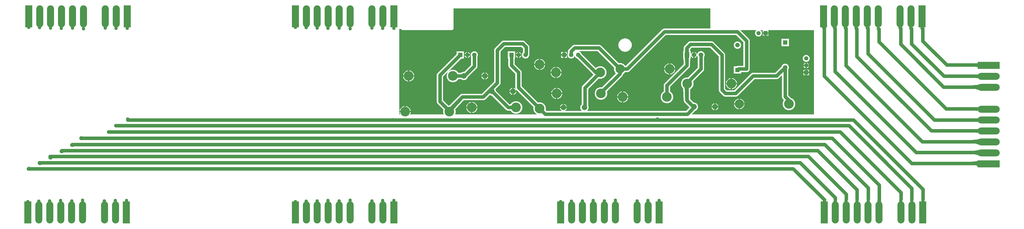
<source format=gtl>
G04 Layer_Physical_Order=1*
G04 Layer_Color=255*
%FSLAX25Y25*%
%MOIN*%
G70*
G01*
G75*
%ADD10O,0.10000X0.31500*%
%ADD11R,0.10000X0.31500*%
%ADD12O,0.31500X0.10000*%
%ADD13R,0.31500X0.10000*%
%ADD14C,0.05000*%
%ADD15C,0.06693*%
%ADD16R,0.06693X0.06693*%
%ADD17C,0.06299*%
%ADD18R,0.06299X0.06299*%
%ADD19C,0.05906*%
%ADD20R,0.05906X0.05906*%
%ADD21R,0.05906X0.05906*%
%ADD22R,0.06496X0.06496*%
%ADD23C,0.06496*%
%ADD24C,0.06000*%
%ADD25C,0.12992*%
%ADD26C,0.13780*%
%ADD27C,0.07874*%
%ADD28C,0.05000*%
G36*
X866768Y348232D02*
X852319Y332271D01*
X848308Y335981D01*
X863232Y351768D01*
X866768Y348232D01*
D02*
G37*
G36*
X1601978Y281342D02*
X1601184Y281790D01*
X1600339Y282191D01*
X1599444Y282544D01*
X1598499Y282851D01*
X1597504Y283110D01*
X1596459Y283323D01*
X1594219Y283606D01*
X1593023Y283676D01*
X1591778Y283700D01*
Y288700D01*
X1593046Y288719D01*
X1596617Y288997D01*
X1597729Y289165D01*
X1599836Y289611D01*
X1600831Y289890D01*
X1602704Y290559D01*
X1601978Y281342D01*
D02*
G37*
G36*
X1188111Y364386D02*
X1187982Y363736D01*
X1187869Y362715D01*
X1187688Y359557D01*
X1187500Y345158D01*
X1182500D01*
X1181746Y364664D01*
X1188254D01*
X1188111Y364386D01*
D02*
G37*
G36*
X1601978Y359342D02*
X1601184Y359790D01*
X1600339Y360191D01*
X1599444Y360544D01*
X1598499Y360851D01*
X1597504Y361110D01*
X1596459Y361323D01*
X1594219Y361606D01*
X1593023Y361676D01*
X1591778Y361700D01*
Y366700D01*
X1593046Y366719D01*
X1596617Y366997D01*
X1597729Y367165D01*
X1599836Y367611D01*
X1600831Y367889D01*
X1602704Y368559D01*
X1601978Y359342D01*
D02*
G37*
G36*
X1366106Y325106D02*
X1366000Y325000D01*
X1192230D01*
X1192038Y325462D01*
X1196970Y330393D01*
X1197283Y330488D01*
X1198314Y331040D01*
X1199218Y331782D01*
X1199960Y332686D01*
X1200512Y333717D01*
X1200851Y334836D01*
X1200966Y336000D01*
X1200851Y337164D01*
X1200512Y338283D01*
X1199960Y339314D01*
X1199218Y340218D01*
X1198314Y340960D01*
X1197283Y341512D01*
X1196164Y341851D01*
X1195000Y341966D01*
X1194646Y341931D01*
X1189564Y347013D01*
X1189727Y359486D01*
X1189827Y361231D01*
X1190467Y361573D01*
X1191820Y362684D01*
X1192931Y364037D01*
X1193757Y365582D01*
X1194265Y367257D01*
X1194437Y369000D01*
X1194265Y370743D01*
X1193775Y372357D01*
X1208209Y386791D01*
X1208931Y387731D01*
X1209384Y388825D01*
X1209539Y390000D01*
Y407133D01*
X1209670Y407304D01*
X1210209Y408604D01*
X1210393Y410000D01*
X1210209Y411396D01*
X1209670Y412696D01*
X1208813Y413813D01*
X1207696Y414670D01*
X1206396Y415209D01*
X1205000Y415393D01*
X1203604Y415209D01*
X1202304Y414670D01*
X1201187Y413813D01*
X1200330Y412696D01*
X1199791Y411396D01*
X1199748Y411067D01*
X1199244D01*
X1199235Y411135D01*
X1198797Y412192D01*
X1198100Y413100D01*
X1197192Y413797D01*
X1196135Y414235D01*
X1196000Y414252D01*
Y410000D01*
Y405748D01*
X1196135Y405765D01*
X1197192Y406203D01*
X1198100Y406900D01*
X1198797Y407808D01*
X1199235Y408865D01*
X1199244Y408933D01*
X1199748D01*
X1199791Y408604D01*
X1200330Y407304D01*
X1200461Y407133D01*
Y391880D01*
X1186423Y377842D01*
X1185504Y377933D01*
X1183761Y377761D01*
X1182086Y377253D01*
X1180541Y376427D01*
X1179187Y375316D01*
X1178077Y373963D01*
X1177251Y372418D01*
X1176743Y370743D01*
X1176571Y369000D01*
X1176743Y367257D01*
X1177251Y365582D01*
X1178077Y364037D01*
X1179187Y362684D01*
X1179802Y362180D01*
X1180462Y345079D01*
X1180483Y344993D01*
X1180616Y343983D01*
X1181069Y342888D01*
X1181791Y341948D01*
X1188739Y335000D01*
X1183777Y330039D01*
X1043102D01*
X1042923Y330539D01*
X1043218Y330782D01*
X1043960Y331686D01*
X1044512Y332717D01*
X1044851Y333836D01*
X1044966Y335000D01*
X1044851Y336164D01*
X1044512Y337283D01*
X1044224Y337821D01*
Y361309D01*
X1059293Y376378D01*
X1059753Y376239D01*
X1061496Y376067D01*
X1063239Y376239D01*
X1064915Y376747D01*
X1066459Y377573D01*
X1067813Y378684D01*
X1068923Y380037D01*
X1069749Y381582D01*
X1070257Y383257D01*
X1070429Y385000D01*
X1070257Y386743D01*
X1069749Y388418D01*
X1068923Y389963D01*
X1067813Y391316D01*
X1066459Y392427D01*
X1064915Y393253D01*
X1063239Y393761D01*
X1061496Y393933D01*
X1059753Y393761D01*
X1058078Y393253D01*
X1056533Y392427D01*
X1055180Y391316D01*
X1055106Y391313D01*
X1034976Y411443D01*
X1034498Y412597D01*
X1033673Y413673D01*
X1032597Y414498D01*
X1031479Y414961D01*
X1031579Y415461D01*
X1057687D01*
X1081261Y391887D01*
X1081194Y391666D01*
X1081030Y390000D01*
X1081194Y388334D01*
X1081680Y386733D01*
X1082469Y385257D01*
X1083530Y383963D01*
X1083554Y383477D01*
X1063874Y363797D01*
X1062496Y363933D01*
X1060753Y363761D01*
X1059078Y363253D01*
X1057533Y362427D01*
X1056180Y361316D01*
X1055069Y359963D01*
X1054243Y358418D01*
X1053735Y356743D01*
X1053563Y355000D01*
X1053735Y353257D01*
X1054243Y351582D01*
X1055069Y350037D01*
X1056180Y348684D01*
X1057533Y347573D01*
X1059078Y346747D01*
X1060753Y346239D01*
X1062496Y346067D01*
X1064239Y346239D01*
X1065915Y346747D01*
X1067459Y347573D01*
X1068812Y348684D01*
X1069923Y350037D01*
X1070749Y351582D01*
X1071257Y353257D01*
X1071429Y355000D01*
X1071257Y356743D01*
X1070885Y357970D01*
X1092776Y379861D01*
X1092776Y379861D01*
X1093498Y380802D01*
X1093951Y381896D01*
X1094066Y382771D01*
X1094310Y382902D01*
X1095604Y383963D01*
X1096665Y385257D01*
X1096774Y385461D01*
X1100000D01*
X1101175Y385616D01*
X1102269Y386069D01*
X1103209Y386791D01*
X1154971Y438552D01*
X1255029D01*
X1265461Y428120D01*
Y394539D01*
X1258433D01*
X1258433Y394539D01*
X1257258Y394384D01*
X1256164Y393931D01*
X1256013Y393815D01*
X1251752D01*
Y383319D01*
X1262248D01*
Y385461D01*
X1270000D01*
X1271175Y385616D01*
X1272269Y386069D01*
X1273209Y386791D01*
X1273931Y387731D01*
X1274384Y388825D01*
X1274539Y390000D01*
Y430000D01*
X1274384Y431175D01*
X1273931Y432269D01*
X1273209Y433209D01*
X1261339Y445080D01*
X1261531Y445542D01*
X1283636D01*
X1283797Y445068D01*
X1283468Y444816D01*
X1282674Y443781D01*
X1282175Y442576D01*
X1282005Y441284D01*
X1282175Y439991D01*
X1282674Y438786D01*
X1283468Y437751D01*
X1284502Y436957D01*
X1285707Y436458D01*
X1287000Y436288D01*
X1288293Y436458D01*
X1289498Y436957D01*
X1290532Y437751D01*
X1291326Y438786D01*
X1291825Y439991D01*
X1291996Y441284D01*
X1291825Y442576D01*
X1291326Y443781D01*
X1290532Y444816D01*
X1290203Y445068D01*
X1290364Y445542D01*
X1292674D01*
X1293047Y445236D01*
X1293047Y445042D01*
Y442283D01*
X1297000D01*
X1300953D01*
Y445042D01*
X1300953Y445236D01*
X1301326Y445542D01*
X1366106D01*
Y325106D01*
D02*
G37*
G36*
X1599274Y250200D02*
X1599198Y250675D01*
X1598973Y251100D01*
X1598597Y251475D01*
X1598071Y251800D01*
X1597394Y252075D01*
X1596568Y252300D01*
X1595592Y252475D01*
X1594465Y252600D01*
X1591762Y252700D01*
Y257700D01*
X1593187Y257719D01*
X1596562Y258002D01*
X1597387Y258172D01*
X1598062Y258380D01*
X1598587Y258625D01*
X1598962Y258908D01*
X1599187Y259229D01*
X1599262Y259588D01*
X1599274Y250200D01*
D02*
G37*
G36*
X1601978Y265742D02*
X1601159Y266209D01*
X1600303Y266627D01*
X1599412Y266996D01*
X1598485Y267315D01*
X1597523Y267585D01*
X1596525Y267807D01*
X1595492Y267979D01*
X1593319Y268175D01*
X1592179Y268200D01*
X1591786Y273200D01*
X1593096Y273218D01*
X1596736Y273481D01*
X1597852Y273640D01*
X1599938Y274062D01*
X1600909Y274325D01*
X1602704Y274958D01*
X1601978Y265742D01*
D02*
G37*
G36*
X1218364Y448091D02*
X1218379Y448016D01*
X1218062Y447629D01*
X1153091D01*
X1153091Y447629D01*
X1151916Y447475D01*
X1150821Y447021D01*
X1149881Y446300D01*
X1149881Y446300D01*
X1098120Y394539D01*
X1096774D01*
X1096665Y394743D01*
X1095604Y396037D01*
X1094310Y397098D01*
X1092834Y397887D01*
X1091232Y398373D01*
X1089567Y398537D01*
X1087901Y398373D01*
X1087680Y398306D01*
X1062776Y423209D01*
X1061836Y423931D01*
X1060742Y424384D01*
X1059567Y424539D01*
X1025000D01*
X1025000Y424539D01*
X1023825Y424384D01*
X1022731Y423931D01*
X1021791Y423209D01*
X1016791Y418209D01*
X1016069Y417269D01*
X1015616Y416175D01*
X1015461Y415000D01*
Y412499D01*
X1014983Y411344D01*
X1014806Y410000D01*
X1014983Y408656D01*
X1015502Y407403D01*
X1016327Y406327D01*
X1017403Y405502D01*
X1018656Y404983D01*
X1020000Y404806D01*
X1021344Y404983D01*
X1022597Y405502D01*
X1023673Y406327D01*
X1024498Y407403D01*
X1024750Y408011D01*
X1025250D01*
X1025502Y407403D01*
X1026327Y406327D01*
X1027403Y405502D01*
X1028557Y405024D01*
X1051476Y382105D01*
X1051492Y381414D01*
X1036476Y366398D01*
X1035754Y365458D01*
X1035301Y364364D01*
X1035146Y363189D01*
Y339518D01*
X1034782Y339218D01*
X1034040Y338314D01*
X1033488Y337283D01*
X1033149Y336164D01*
X1033034Y335000D01*
X1033149Y333836D01*
X1033488Y332717D01*
X1034040Y331686D01*
X1034782Y330782D01*
X1035077Y330539D01*
X1034898Y330039D01*
X1011230D01*
X1011131Y330539D01*
X1011490Y330687D01*
X1012521Y331479D01*
X1013313Y332510D01*
X1013810Y333711D01*
X1013848Y334000D01*
X1009000D01*
X1004152D01*
X1004190Y333711D01*
X1004688Y332510D01*
X1005479Y331479D01*
X1006510Y330687D01*
X1006869Y330539D01*
X1006770Y330039D01*
X984884D01*
X983622Y331301D01*
X983761Y331761D01*
X983933Y333504D01*
X983761Y335247D01*
X983253Y336922D01*
X982427Y338467D01*
X981316Y339820D01*
X979963Y340931D01*
X978418Y341757D01*
X976743Y342265D01*
X975000Y342437D01*
X973257Y342265D01*
X972797Y342126D01*
X949539Y365384D01*
Y385000D01*
X949539Y385000D01*
X949384Y386175D01*
X948931Y387269D01*
X948209Y388209D01*
X948209Y388210D01*
X939539Y396880D01*
Y404850D01*
X940150D01*
Y415150D01*
X929850D01*
Y404850D01*
X930461D01*
Y395000D01*
X930616Y393825D01*
X931069Y392731D01*
X931791Y391791D01*
X940461Y383120D01*
Y363504D01*
X940616Y362329D01*
X940768Y361962D01*
X940357Y361647D01*
X939490Y362313D01*
X938289Y362810D01*
X938000Y362848D01*
Y359000D01*
X941848D01*
X941810Y359289D01*
X941613Y359765D01*
X942036Y360049D01*
X966378Y335707D01*
X966239Y335247D01*
X966067Y333504D01*
X966239Y331761D01*
X966747Y330085D01*
X967573Y328541D01*
X968684Y327187D01*
X970037Y326077D01*
X971116Y325500D01*
X970991Y325000D01*
X854924D01*
X854667Y325429D01*
X854749Y325582D01*
X855257Y327257D01*
X855429Y329000D01*
X855257Y330743D01*
X854863Y332043D01*
X867010Y345461D01*
X894685D01*
X895860Y345616D01*
X896955Y346069D01*
X897894Y346791D01*
X903984Y352880D01*
X904717Y352488D01*
X905836Y352149D01*
X906847Y352049D01*
X927106Y331791D01*
X928045Y331069D01*
X929140Y330616D01*
X930315Y330461D01*
X933842D01*
X934069Y330037D01*
X935180Y328684D01*
X936533Y327573D01*
X938078Y326747D01*
X939753Y326239D01*
X941496Y326067D01*
X943239Y326239D01*
X944915Y326747D01*
X946459Y327573D01*
X947812Y328684D01*
X948923Y330037D01*
X949749Y331582D01*
X950257Y333257D01*
X950429Y335000D01*
X950257Y336743D01*
X949749Y338418D01*
X948923Y339963D01*
X947812Y341316D01*
X946459Y342427D01*
X944915Y343253D01*
X943239Y343761D01*
X941496Y343933D01*
X939753Y343761D01*
X938078Y343253D01*
X936533Y342427D01*
X935180Y341316D01*
X934069Y339963D01*
X933842Y339539D01*
X932195D01*
X912882Y358852D01*
X912851Y359164D01*
X912512Y360283D01*
X912120Y361016D01*
X918052Y366948D01*
X918052Y366948D01*
X918773Y367888D01*
X919227Y368983D01*
X919381Y370158D01*
X919381Y370158D01*
Y414962D01*
X925880Y421461D01*
X949120D01*
X951461Y419120D01*
Y413775D01*
X951327Y413673D01*
X950502Y412597D01*
X949983Y411344D01*
X949806Y410000D01*
X949983Y408656D01*
X950502Y407403D01*
X951327Y406327D01*
X952403Y405502D01*
X953656Y404983D01*
X955000Y404806D01*
X956344Y404983D01*
X957597Y405502D01*
X958673Y406327D01*
X959498Y407403D01*
X960017Y408656D01*
X960072Y409071D01*
X960384Y409825D01*
X960539Y411000D01*
Y421000D01*
X960539Y421000D01*
X960384Y422175D01*
X959931Y423269D01*
X959209Y424209D01*
X954209Y429209D01*
X953269Y429931D01*
X952175Y430384D01*
X951000Y430539D01*
X924000D01*
X922825Y430384D01*
X921731Y429931D01*
X920791Y429209D01*
X911633Y420052D01*
X910912Y419112D01*
X910458Y418017D01*
X910304Y416843D01*
Y372038D01*
X901791Y363524D01*
X901791Y363524D01*
X892805Y354539D01*
X865000D01*
X863825Y354384D01*
X862731Y353931D01*
X861795Y353213D01*
X861790Y353210D01*
X861789Y353208D01*
X846512Y337931D01*
X846496Y337933D01*
X845118Y337797D01*
X837539Y345376D01*
Y379120D01*
X843675Y385256D01*
X844069Y384963D01*
X843243Y383418D01*
X842735Y381743D01*
X842563Y380000D01*
X842735Y378257D01*
X843243Y376582D01*
X844069Y375037D01*
X845180Y373684D01*
X846533Y372573D01*
X848078Y371747D01*
X849753Y371239D01*
X851496Y371067D01*
X853239Y371239D01*
X854914Y371747D01*
X856459Y372573D01*
X857812Y373684D01*
X858923Y375037D01*
X859150Y375461D01*
X863172D01*
X863686Y375040D01*
X864717Y374488D01*
X865836Y374149D01*
X867000Y374034D01*
X868164Y374149D01*
X869283Y374488D01*
X870314Y375040D01*
X871218Y375782D01*
X871960Y376686D01*
X872512Y377717D01*
X872675Y378256D01*
X885209Y390791D01*
X885931Y391731D01*
X886384Y392825D01*
X886539Y394000D01*
Y407501D01*
X887017Y408656D01*
X887194Y410000D01*
X887017Y411344D01*
X886498Y412597D01*
X885673Y413673D01*
X884597Y414498D01*
X883344Y415017D01*
X882000Y415194D01*
X880656Y415017D01*
X879403Y414498D01*
X878327Y413673D01*
X877502Y412597D01*
X876983Y411344D01*
X876806Y410000D01*
X876983Y408656D01*
X877461Y407501D01*
Y395880D01*
X867498Y385917D01*
X867000Y385966D01*
X865836Y385851D01*
X864717Y385512D01*
X863686Y384960D01*
X863172Y384539D01*
X859150D01*
X858923Y384963D01*
X857812Y386316D01*
X856459Y387427D01*
X854914Y388253D01*
X853239Y388761D01*
X851496Y388933D01*
X849753Y388761D01*
X848078Y388253D01*
X846533Y387427D01*
X846240Y387821D01*
X863269Y404850D01*
X867150D01*
Y415150D01*
X856850D01*
Y411269D01*
X829791Y384209D01*
X829069Y383269D01*
X828616Y382175D01*
X828461Y381000D01*
Y343496D01*
X828616Y342321D01*
X829069Y341227D01*
X829791Y340287D01*
X838107Y331970D01*
X837735Y330743D01*
X837563Y329000D01*
X837735Y327257D01*
X838243Y325582D01*
X838325Y325429D01*
X838068Y325000D01*
X790798D01*
X790541Y325429D01*
X790828Y325966D01*
X791280Y327453D01*
X791333Y328000D01*
X783504D01*
X775674D01*
X775728Y327453D01*
X776180Y325966D01*
X776467Y325429D01*
X776210Y325000D01*
X775000D01*
Y447000D01*
X777635D01*
X778111Y446288D01*
X778938Y445736D01*
X779913Y445542D01*
X849913D01*
X850398Y445638D01*
X850882Y445733D01*
X850885Y445735D01*
X850889Y445736D01*
X851299Y446010D01*
X851711Y446283D01*
X851713Y446286D01*
X851716Y446288D01*
X851990Y446699D01*
X852266Y447109D01*
X852266Y447112D01*
X852268Y447115D01*
X852365Y447600D01*
X852462Y448084D01*
X852539Y476451D01*
X1218364D01*
Y448091D01*
D02*
G37*
%LPC*%
G36*
X1092504Y357829D02*
X1091957Y357776D01*
X1090470Y357325D01*
X1089099Y356592D01*
X1087898Y355606D01*
X1086912Y354404D01*
X1086180Y353034D01*
X1085728Y351547D01*
X1085674Y351000D01*
X1092504D01*
Y357829D01*
D02*
G37*
G36*
X1094504Y357829D02*
Y351000D01*
X1101333D01*
X1101280Y351547D01*
X1100828Y353034D01*
X1100096Y354404D01*
X1099110Y355606D01*
X1097908Y356592D01*
X1096538Y357325D01*
X1095051Y357776D01*
X1094504Y357829D01*
D02*
G37*
G36*
X1256326Y368000D02*
X1249496D01*
Y361171D01*
X1250043Y361224D01*
X1251530Y361676D01*
X1252901Y362408D01*
X1254102Y363394D01*
X1255088Y364596D01*
X1255820Y365966D01*
X1256272Y367453D01*
X1256326Y368000D01*
D02*
G37*
G36*
X1247496D02*
X1240667D01*
X1240720Y367453D01*
X1241172Y365966D01*
X1241904Y364596D01*
X1242890Y363394D01*
X1244092Y362408D01*
X1245462Y361676D01*
X1246949Y361224D01*
X1247496Y361171D01*
Y368000D01*
D02*
G37*
G36*
X1249496Y376829D02*
Y370000D01*
X1256326D01*
X1256272Y370547D01*
X1255820Y372034D01*
X1255088Y373405D01*
X1254102Y374606D01*
X1252901Y375592D01*
X1251530Y376325D01*
X1250043Y376776D01*
X1249496Y376829D01*
D02*
G37*
G36*
X1247496D02*
X1246949Y376776D01*
X1245462Y376325D01*
X1244092Y375592D01*
X1242890Y374606D01*
X1241904Y373405D01*
X1241172Y372034D01*
X1240720Y370547D01*
X1240667Y370000D01*
X1247496D01*
Y376829D01*
D02*
G37*
G36*
X1229848Y335000D02*
X1226000D01*
Y331152D01*
X1226289Y331190D01*
X1227490Y331687D01*
X1228521Y332479D01*
X1229313Y333510D01*
X1229810Y334711D01*
X1229848Y335000D01*
D02*
G37*
G36*
X1224000D02*
X1220152D01*
X1220190Y334711D01*
X1220687Y333510D01*
X1221479Y332479D01*
X1222510Y331687D01*
X1223711Y331190D01*
X1224000Y331152D01*
Y335000D01*
D02*
G37*
G36*
X1258567Y339000D02*
X1252133D01*
X1252179Y338530D01*
X1252608Y337118D01*
X1253304Y335815D01*
X1254241Y334674D01*
X1255382Y333737D01*
X1256684Y333041D01*
X1258097Y332612D01*
X1258567Y332566D01*
Y339000D01*
D02*
G37*
G36*
X1267001D02*
X1260567D01*
Y332566D01*
X1261036Y332612D01*
X1262449Y333041D01*
X1263752Y333737D01*
X1264893Y334674D01*
X1265830Y335815D01*
X1266526Y337118D01*
X1266955Y338530D01*
X1267001Y339000D01*
D02*
G37*
G36*
X1190000Y429539D02*
X1188825Y429384D01*
X1187731Y428931D01*
X1186791Y428209D01*
X1181791Y423209D01*
X1181069Y422269D01*
X1180616Y421175D01*
X1180476Y420109D01*
X1180461Y420045D01*
X1180388Y416708D01*
X1180274Y415346D01*
X1179653D01*
Y413471D01*
X1179626Y413335D01*
X1179627Y413329D01*
X1179626Y413324D01*
X1179653Y413191D01*
Y406864D01*
X1179629Y406766D01*
X1179636Y406715D01*
X1179626Y406666D01*
X1179653Y406529D01*
Y404654D01*
X1180205D01*
X1180453Y400524D01*
X1180461Y399154D01*
X1180461Y399152D01*
Y396880D01*
X1153287Y369706D01*
X1152565Y368765D01*
X1152112Y367671D01*
X1151957Y366496D01*
Y357654D01*
X1151533Y357427D01*
X1150180Y356316D01*
X1149069Y354963D01*
X1148243Y353418D01*
X1147735Y351743D01*
X1147563Y350000D01*
X1147735Y348257D01*
X1148243Y346582D01*
X1149069Y345037D01*
X1150180Y343684D01*
X1151533Y342573D01*
X1153078Y341747D01*
X1154753Y341239D01*
X1156496Y341067D01*
X1158239Y341239D01*
X1159914Y341747D01*
X1161459Y342573D01*
X1162813Y343684D01*
X1163923Y345037D01*
X1164749Y346582D01*
X1165257Y348257D01*
X1165429Y350000D01*
X1165257Y351743D01*
X1164749Y353418D01*
X1163923Y354963D01*
X1162813Y356316D01*
X1161459Y357427D01*
X1161035Y357654D01*
Y364616D01*
X1188209Y391791D01*
X1188931Y392731D01*
X1189384Y393825D01*
X1189539Y395000D01*
Y399128D01*
X1189613Y402895D01*
X1189738Y404577D01*
X1189748Y404654D01*
X1190347D01*
Y406529D01*
X1190374Y406666D01*
X1190364Y406715D01*
X1190371Y406766D01*
X1190347Y406864D01*
Y408570D01*
X1190847Y408670D01*
X1191203Y407808D01*
X1191900Y406900D01*
X1192808Y406203D01*
X1193865Y405765D01*
X1194000Y405748D01*
Y410000D01*
Y414252D01*
X1193865Y414235D01*
X1192808Y413797D01*
X1191900Y413100D01*
X1191203Y412192D01*
X1190847Y411330D01*
X1190347Y411430D01*
Y413191D01*
X1190374Y413324D01*
X1190373Y413329D01*
X1190374Y413335D01*
X1190347Y413471D01*
Y415346D01*
X1189781D01*
X1189590Y418171D01*
X1191880Y420461D01*
X1218120D01*
X1230461Y408120D01*
Y360000D01*
X1230616Y358825D01*
X1231069Y357731D01*
X1231791Y356791D01*
X1236791Y351791D01*
X1237731Y351069D01*
X1238825Y350616D01*
X1240000Y350461D01*
X1240000Y350461D01*
X1254364D01*
X1255539Y350616D01*
X1256634Y351069D01*
X1257574Y351791D01*
X1281244Y375461D01*
X1312716D01*
X1313891Y375616D01*
X1314986Y376069D01*
X1315926Y376791D01*
X1319999Y380864D01*
X1320461Y380673D01*
Y350433D01*
X1320616Y349258D01*
X1321069Y348164D01*
X1321791Y347224D01*
X1323477Y345537D01*
X1323006Y344963D01*
X1322180Y343418D01*
X1321672Y341743D01*
X1321500Y340000D01*
X1321672Y338257D01*
X1322180Y336582D01*
X1323006Y335037D01*
X1324117Y333684D01*
X1325470Y332573D01*
X1327015Y331747D01*
X1328690Y331239D01*
X1330433Y331067D01*
X1332176Y331239D01*
X1333852Y331747D01*
X1335396Y332573D01*
X1336749Y333684D01*
X1337860Y335037D01*
X1338686Y336582D01*
X1339194Y338257D01*
X1339366Y340000D01*
X1339194Y341743D01*
X1338686Y343418D01*
X1337860Y344963D01*
X1336749Y346316D01*
X1335396Y347427D01*
X1333852Y348253D01*
X1333404Y348388D01*
X1333209Y348642D01*
X1329539Y352313D01*
Y389578D01*
X1329584Y389637D01*
X1330113Y390914D01*
X1330293Y392284D01*
X1330113Y393653D01*
X1329584Y394930D01*
X1328743Y396026D01*
X1327647Y396868D01*
X1326370Y397396D01*
X1325000Y397577D01*
X1323630Y397396D01*
X1322353Y396868D01*
X1321257Y396026D01*
X1320416Y394930D01*
X1319887Y393653D01*
X1319877Y393580D01*
X1310837Y384539D01*
X1279364D01*
X1278189Y384384D01*
X1277095Y383931D01*
X1276155Y383209D01*
X1252484Y359539D01*
X1241880D01*
X1239539Y361880D01*
Y410000D01*
X1239384Y411175D01*
X1238931Y412269D01*
X1238209Y413209D01*
X1223209Y428209D01*
X1222269Y428931D01*
X1221175Y429384D01*
X1220000Y429539D01*
X1190000D01*
X1190000Y429539D01*
D02*
G37*
G36*
X1260567Y347434D02*
Y341000D01*
X1267001D01*
X1266955Y341470D01*
X1266526Y342882D01*
X1265830Y344185D01*
X1264893Y345326D01*
X1263752Y346263D01*
X1262449Y346959D01*
X1261036Y347388D01*
X1260567Y347434D01*
D02*
G37*
G36*
X1258567Y347434D02*
X1258097Y347388D01*
X1256684Y346959D01*
X1255382Y346263D01*
X1254241Y345326D01*
X1253304Y344185D01*
X1252608Y342882D01*
X1252179Y341470D01*
X1252133Y341000D01*
X1258567D01*
Y347434D01*
D02*
G37*
G36*
X1101333Y349000D02*
X1094504D01*
Y342171D01*
X1095051Y342224D01*
X1096538Y342675D01*
X1097908Y343408D01*
X1099110Y344394D01*
X1100096Y345596D01*
X1100828Y346966D01*
X1101280Y348453D01*
X1101333Y349000D01*
D02*
G37*
G36*
X1092504D02*
X1085674D01*
X1085728Y348453D01*
X1086180Y346966D01*
X1086912Y345596D01*
X1087898Y344394D01*
X1089099Y343408D01*
X1090470Y342675D01*
X1091957Y342224D01*
X1092504Y342171D01*
Y349000D01*
D02*
G37*
G36*
X1226000Y340848D02*
Y337000D01*
X1229848D01*
X1229810Y337289D01*
X1229313Y338490D01*
X1228521Y339521D01*
X1227490Y340313D01*
X1226289Y340810D01*
X1226000Y340848D01*
D02*
G37*
G36*
X1224000D02*
X1223711Y340810D01*
X1222510Y340313D01*
X1221479Y339521D01*
X1220687Y338490D01*
X1220190Y337289D01*
X1220152Y337000D01*
X1224000D01*
Y340848D01*
D02*
G37*
G36*
X1355000Y409996D02*
X1353707Y409825D01*
X1352502Y409326D01*
X1351468Y408532D01*
X1350674Y407498D01*
X1350175Y406293D01*
X1350004Y405000D01*
X1350175Y403707D01*
X1350674Y402502D01*
X1351468Y401468D01*
X1352502Y400674D01*
X1353707Y400175D01*
X1355000Y400004D01*
X1356293Y400175D01*
X1357498Y400674D01*
X1358532Y401468D01*
X1359326Y402502D01*
X1359825Y403707D01*
X1359995Y405000D01*
X1359825Y406293D01*
X1359326Y407498D01*
X1358532Y408532D01*
X1357498Y409326D01*
X1356293Y409825D01*
X1355000Y409996D01*
D02*
G37*
G36*
X1257000Y429293D02*
X1255630Y429113D01*
X1254353Y428584D01*
X1253257Y427743D01*
X1252416Y426647D01*
X1251887Y425370D01*
X1251707Y424000D01*
X1251887Y422630D01*
X1252416Y421353D01*
X1253257Y420257D01*
X1254353Y419416D01*
X1255630Y418887D01*
X1257000Y418707D01*
X1258370Y418887D01*
X1259647Y419416D01*
X1260743Y420257D01*
X1261584Y421353D01*
X1262113Y422630D01*
X1262293Y424000D01*
X1262113Y425370D01*
X1261584Y426647D01*
X1260743Y427743D01*
X1259647Y428584D01*
X1258370Y429113D01*
X1257000Y429293D01*
D02*
G37*
G36*
X1330248Y432965D02*
X1319752D01*
Y422469D01*
X1330248D01*
Y432965D01*
D02*
G37*
G36*
X1300953Y440283D02*
X1298000D01*
Y437331D01*
X1300953D01*
Y440283D01*
D02*
G37*
G36*
X1296000D02*
X1293047D01*
Y437331D01*
X1296000D01*
Y440283D01*
D02*
G37*
G36*
X1356000Y398855D02*
Y396000D01*
X1358855D01*
X1358851Y396032D01*
X1358453Y396993D01*
X1357819Y397819D01*
X1356993Y398453D01*
X1356032Y398851D01*
X1356000Y398855D01*
D02*
G37*
G36*
X1358953Y384000D02*
X1356000D01*
Y381047D01*
X1358953D01*
Y384000D01*
D02*
G37*
G36*
X1354000D02*
X1351047D01*
Y381047D01*
X1354000D01*
Y384000D01*
D02*
G37*
G36*
X1159433Y389000D02*
X1152604D01*
X1152658Y388453D01*
X1153109Y386966D01*
X1153841Y385595D01*
X1154827Y384394D01*
X1156028Y383408D01*
X1157399Y382676D01*
X1158886Y382224D01*
X1159433Y382171D01*
Y389000D01*
D02*
G37*
G36*
X1354000Y388953D02*
X1351047D01*
Y386000D01*
X1354000D01*
Y388953D01*
D02*
G37*
G36*
X1168262Y389000D02*
X1161433D01*
Y382171D01*
X1161980Y382224D01*
X1163467Y382676D01*
X1164838Y383408D01*
X1166039Y384394D01*
X1167025Y385595D01*
X1167758Y386966D01*
X1168209Y388453D01*
X1168262Y389000D01*
D02*
G37*
G36*
X1161433Y397829D02*
Y391000D01*
X1168262D01*
X1168209Y391547D01*
X1167758Y393034D01*
X1167025Y394405D01*
X1166039Y395606D01*
X1164838Y396592D01*
X1163467Y397324D01*
X1161980Y397776D01*
X1161433Y397829D01*
D02*
G37*
G36*
X1354000Y398855D02*
X1353968Y398851D01*
X1353007Y398453D01*
X1352181Y397819D01*
X1351547Y396993D01*
X1351149Y396032D01*
X1351145Y396000D01*
X1354000D01*
Y398855D01*
D02*
G37*
G36*
X1358855Y394000D02*
X1356000D01*
Y391145D01*
X1356032Y391149D01*
X1356993Y391547D01*
X1357819Y392181D01*
X1358453Y393007D01*
X1358851Y393968D01*
X1358855Y394000D01*
D02*
G37*
G36*
X1354000D02*
X1351145D01*
X1351149Y393968D01*
X1351547Y393007D01*
X1352181Y392181D01*
X1353007Y391547D01*
X1353968Y391149D01*
X1354000Y391145D01*
Y394000D01*
D02*
G37*
G36*
X1159433Y397830D02*
X1158886Y397776D01*
X1157399Y397324D01*
X1156028Y396592D01*
X1154827Y395606D01*
X1153841Y394405D01*
X1153109Y393034D01*
X1152658Y391547D01*
X1152604Y391000D01*
X1159433D01*
Y397830D01*
D02*
G37*
G36*
X1358953Y388953D02*
X1356000D01*
Y386000D01*
X1358953D01*
Y388953D01*
D02*
G37*
%LPD*%
G36*
X1187508Y418734D02*
X1187800Y414401D01*
X1187909Y413934D01*
X1188034Y413601D01*
X1188176Y413401D01*
X1188334Y413335D01*
X1181666D01*
X1181824Y413401D01*
X1181966Y413601D01*
X1182091Y413934D01*
X1182200Y414401D01*
X1182291Y415001D01*
X1182425Y416601D01*
X1182500Y420000D01*
X1187500D01*
X1187508Y418734D01*
D02*
G37*
G36*
X1188176Y406591D02*
X1188034Y406365D01*
X1187909Y405991D01*
X1187800Y405466D01*
X1187709Y404790D01*
X1187575Y402990D01*
X1187500Y399166D01*
X1182500D01*
X1182492Y400591D01*
X1182200Y405466D01*
X1182091Y405991D01*
X1181966Y406365D01*
X1181824Y406591D01*
X1181666Y406666D01*
X1188334D01*
X1188176Y406591D01*
D02*
G37*
%LPC*%
G36*
X941848Y357000D02*
X938000D01*
Y353152D01*
X938289Y353190D01*
X939490Y353688D01*
X940521Y354479D01*
X941313Y355510D01*
X941810Y356711D01*
X941848Y357000D01*
D02*
G37*
G36*
X1000504Y362829D02*
Y356000D01*
X1007333D01*
X1007280Y356547D01*
X1006828Y358034D01*
X1006096Y359404D01*
X1005110Y360606D01*
X1003909Y361592D01*
X1002538Y362325D01*
X1001051Y362776D01*
X1000504Y362829D01*
D02*
G37*
G36*
X998504D02*
X997957Y362776D01*
X996470Y362325D01*
X995099Y361592D01*
X993898Y360606D01*
X992912Y359404D01*
X992179Y358034D01*
X991728Y356547D01*
X991675Y356000D01*
X998504D01*
Y362829D01*
D02*
G37*
G36*
X1007333Y354000D02*
X1000504D01*
Y347171D01*
X1001051Y347224D01*
X1002538Y347675D01*
X1003909Y348408D01*
X1005110Y349394D01*
X1006096Y350595D01*
X1006828Y351966D01*
X1007280Y353453D01*
X1007333Y354000D01*
D02*
G37*
G36*
X998504D02*
X991675D01*
X991728Y353453D01*
X992179Y351966D01*
X992912Y350595D01*
X993898Y349394D01*
X995099Y348408D01*
X996470Y347675D01*
X997957Y347224D01*
X998504Y347171D01*
Y354000D01*
D02*
G37*
G36*
X936000Y357000D02*
X932152D01*
X932190Y356711D01*
X932687Y355510D01*
X933479Y354479D01*
X934510Y353688D01*
X935711Y353190D01*
X936000Y353152D01*
Y357000D01*
D02*
G37*
G36*
Y362848D02*
X935711Y362810D01*
X934510Y362313D01*
X933479Y361521D01*
X932687Y360490D01*
X932190Y359289D01*
X932152Y359000D01*
X936000D01*
Y362848D01*
D02*
G37*
G36*
X896000Y379000D02*
X892152D01*
X892190Y378711D01*
X892688Y377510D01*
X893479Y376479D01*
X894510Y375688D01*
X895711Y375190D01*
X896000Y375152D01*
Y379000D01*
D02*
G37*
G36*
X796333D02*
X789504D01*
Y372171D01*
X790051Y372224D01*
X791538Y372675D01*
X792908Y373408D01*
X794110Y374394D01*
X795096Y375595D01*
X795828Y376966D01*
X796280Y378453D01*
X796333Y379000D01*
D02*
G37*
G36*
X997504Y384000D02*
X990674D01*
X990728Y383453D01*
X991179Y381966D01*
X991912Y380595D01*
X992898Y379394D01*
X994099Y378408D01*
X995470Y377676D01*
X996957Y377224D01*
X997504Y377171D01*
Y384000D01*
D02*
G37*
G36*
X901848Y379000D02*
X898000D01*
Y375152D01*
X898289Y375190D01*
X899490Y375688D01*
X900521Y376479D01*
X901313Y377510D01*
X901810Y378711D01*
X901848Y379000D01*
D02*
G37*
G36*
X787504D02*
X780675D01*
X780728Y378453D01*
X781180Y376966D01*
X781912Y375595D01*
X782898Y374394D01*
X784099Y373408D01*
X785470Y372675D01*
X786957Y372224D01*
X787504Y372170D01*
Y379000D01*
D02*
G37*
G36*
X886333Y334000D02*
X879504D01*
Y327171D01*
X880051Y327224D01*
X881538Y327676D01*
X882909Y328408D01*
X884110Y329394D01*
X885096Y330595D01*
X885828Y331966D01*
X886280Y333453D01*
X886333Y334000D01*
D02*
G37*
G36*
X877504D02*
X870675D01*
X870728Y333453D01*
X871179Y331966D01*
X871912Y330595D01*
X872898Y329394D01*
X874099Y328408D01*
X875470Y327676D01*
X876957Y327224D01*
X877504Y327170D01*
Y334000D01*
D02*
G37*
G36*
X784504Y336829D02*
Y330000D01*
X791333D01*
X791280Y330547D01*
X790828Y332034D01*
X790096Y333404D01*
X789110Y334606D01*
X787909Y335592D01*
X786538Y336325D01*
X785051Y336776D01*
X784504Y336829D01*
D02*
G37*
G36*
X782504Y336829D02*
X781957Y336776D01*
X780470Y336325D01*
X779099Y335592D01*
X777898Y334606D01*
X776912Y333404D01*
X776180Y332034D01*
X775728Y330547D01*
X775674Y330000D01*
X782504D01*
Y336829D01*
D02*
G37*
G36*
X877504Y342829D02*
X876957Y342776D01*
X875470Y342324D01*
X874099Y341592D01*
X872898Y340606D01*
X871912Y339405D01*
X871179Y338034D01*
X870728Y336547D01*
X870675Y336000D01*
X877504D01*
Y342829D01*
D02*
G37*
G36*
X1010000Y339848D02*
Y336000D01*
X1013848D01*
X1013810Y336289D01*
X1013313Y337490D01*
X1012521Y338521D01*
X1011490Y339313D01*
X1010289Y339810D01*
X1010000Y339848D01*
D02*
G37*
G36*
X1008000D02*
X1007711Y339810D01*
X1006510Y339313D01*
X1005479Y338521D01*
X1004688Y337490D01*
X1004190Y336289D01*
X1004152Y336000D01*
X1008000D01*
Y339848D01*
D02*
G37*
G36*
X879504Y342829D02*
Y336000D01*
X886333D01*
X886280Y336547D01*
X885828Y338034D01*
X885096Y339405D01*
X884110Y340606D01*
X882909Y341592D01*
X881538Y342324D01*
X880051Y342776D01*
X879504Y342829D01*
D02*
G37*
G36*
X876054Y409000D02*
X873000D01*
Y405946D01*
X873083Y405957D01*
X874093Y406375D01*
X874959Y407041D01*
X875625Y407907D01*
X876043Y408917D01*
X876054Y409000D01*
D02*
G37*
G36*
X871000D02*
X867946D01*
X867957Y408917D01*
X868375Y407907D01*
X869040Y407041D01*
X869907Y406375D01*
X870917Y405957D01*
X871000Y405946D01*
Y409000D01*
D02*
G37*
G36*
X944000D02*
X940946D01*
X940957Y408917D01*
X941375Y407907D01*
X942041Y407041D01*
X942907Y406375D01*
X943917Y405957D01*
X944000Y405946D01*
Y409000D01*
D02*
G37*
G36*
X871000Y414054D02*
X870917Y414043D01*
X869907Y413625D01*
X869040Y412959D01*
X868375Y412093D01*
X867957Y411083D01*
X867946Y411000D01*
X871000D01*
Y414054D01*
D02*
G37*
G36*
X949054Y409000D02*
X946000D01*
Y405946D01*
X946083Y405957D01*
X947093Y406375D01*
X947960Y407041D01*
X948625Y407907D01*
X949043Y408917D01*
X949054Y409000D01*
D02*
G37*
G36*
X976000Y404325D02*
Y397496D01*
X982829D01*
X982776Y398043D01*
X982325Y399530D01*
X981592Y400901D01*
X980606Y402102D01*
X979405Y403088D01*
X978034Y403821D01*
X976547Y404272D01*
X976000Y404325D01*
D02*
G37*
G36*
X974000D02*
X973453Y404272D01*
X971966Y403821D01*
X970595Y403088D01*
X969394Y402102D01*
X968408Y400901D01*
X967675Y399530D01*
X967224Y398043D01*
X967171Y397496D01*
X974000D01*
Y404325D01*
D02*
G37*
G36*
X1014150Y409000D02*
X1011000D01*
Y405850D01*
X1014150D01*
Y409000D01*
D02*
G37*
G36*
X1009000D02*
X1005850D01*
Y405850D01*
X1009000D01*
Y409000D01*
D02*
G37*
G36*
X1096854Y433644D02*
X1094992Y433461D01*
X1093201Y432918D01*
X1091551Y432036D01*
X1090104Y430848D01*
X1088917Y429402D01*
X1088035Y427751D01*
X1087492Y425961D01*
X1087308Y424098D01*
X1087492Y422236D01*
X1088035Y420445D01*
X1088917Y418795D01*
X1090104Y417348D01*
X1091551Y416161D01*
X1093201Y415279D01*
X1094992Y414736D01*
X1096854Y414552D01*
X1098717Y414736D01*
X1100507Y415279D01*
X1102158Y416161D01*
X1103604Y417348D01*
X1104792Y418795D01*
X1105674Y420445D01*
X1106217Y422236D01*
X1106400Y424098D01*
X1106217Y425961D01*
X1105674Y427751D01*
X1104792Y429402D01*
X1103604Y430848D01*
X1102158Y432036D01*
X1100507Y432918D01*
X1098717Y433461D01*
X1096854Y433644D01*
D02*
G37*
G36*
X944000Y414054D02*
X943917Y414043D01*
X942907Y413625D01*
X942041Y412959D01*
X941375Y412093D01*
X940957Y411083D01*
X940946Y411000D01*
X944000D01*
Y414054D01*
D02*
G37*
G36*
X873000D02*
Y411000D01*
X876054D01*
X876043Y411083D01*
X875625Y412093D01*
X874959Y412959D01*
X874093Y413625D01*
X873083Y414043D01*
X873000Y414054D01*
D02*
G37*
G36*
X946000D02*
Y411000D01*
X949054D01*
X949043Y411083D01*
X948625Y412093D01*
X947960Y412959D01*
X947093Y413625D01*
X946083Y414043D01*
X946000Y414054D01*
D02*
G37*
G36*
X1014150Y414150D02*
X1011000D01*
Y411000D01*
X1014150D01*
Y414150D01*
D02*
G37*
G36*
X1009000D02*
X1005850D01*
Y411000D01*
X1009000D01*
Y414150D01*
D02*
G37*
G36*
X787504Y387829D02*
X786957Y387776D01*
X785470Y387325D01*
X784099Y386592D01*
X782898Y385606D01*
X781912Y384404D01*
X781180Y383034D01*
X780728Y381547D01*
X780675Y381000D01*
X787504D01*
Y387829D01*
D02*
G37*
G36*
X1006333Y384000D02*
X999504D01*
Y377171D01*
X1000051Y377224D01*
X1001538Y377676D01*
X1002909Y378408D01*
X1004110Y379394D01*
X1005096Y380595D01*
X1005828Y381966D01*
X1006280Y383453D01*
X1006333Y384000D01*
D02*
G37*
G36*
X896000Y384848D02*
X895711Y384810D01*
X894510Y384313D01*
X893479Y383521D01*
X892688Y382490D01*
X892190Y381289D01*
X892152Y381000D01*
X896000D01*
Y384848D01*
D02*
G37*
G36*
X789504Y387829D02*
Y381000D01*
X796333D01*
X796280Y381547D01*
X795828Y383034D01*
X795096Y384404D01*
X794110Y385606D01*
X792908Y386592D01*
X791538Y387325D01*
X790051Y387776D01*
X789504Y387829D01*
D02*
G37*
G36*
X898000Y384848D02*
Y381000D01*
X901848D01*
X901810Y381289D01*
X901313Y382490D01*
X900521Y383521D01*
X899490Y384313D01*
X898289Y384810D01*
X898000Y384848D01*
D02*
G37*
G36*
X997504Y392829D02*
X996957Y392776D01*
X995470Y392324D01*
X994099Y391592D01*
X992898Y390606D01*
X991912Y389405D01*
X991179Y388034D01*
X990728Y386547D01*
X990674Y386000D01*
X997504D01*
Y392829D01*
D02*
G37*
G36*
X999504D02*
Y386000D01*
X1006333D01*
X1006280Y386547D01*
X1005828Y388034D01*
X1005096Y389405D01*
X1004110Y390606D01*
X1002909Y391592D01*
X1001538Y392324D01*
X1000051Y392776D01*
X999504Y392829D01*
D02*
G37*
G36*
X982829Y395496D02*
X976000D01*
Y388667D01*
X976547Y388720D01*
X978034Y389172D01*
X979405Y389904D01*
X980606Y390890D01*
X981592Y392091D01*
X982325Y393462D01*
X982776Y394949D01*
X982829Y395496D01*
D02*
G37*
G36*
X974000D02*
X967171D01*
X967224Y394949D01*
X967675Y393462D01*
X968408Y392091D01*
X969394Y390890D01*
X970595Y389904D01*
X971966Y389172D01*
X973453Y388720D01*
X974000Y388667D01*
Y395496D01*
D02*
G37*
%LPD*%
D10*
X1504400Y465000D02*
D03*
X1488800D02*
D03*
X1457600D02*
D03*
X1426400D02*
D03*
X1410800D02*
D03*
X1442000D02*
D03*
X1395200D02*
D03*
X1505600Y185000D02*
D03*
X1490000D02*
D03*
X1458800D02*
D03*
X1443200D02*
D03*
X1427600D02*
D03*
X1412000D02*
D03*
X1396400D02*
D03*
X751800D02*
D03*
X736200D02*
D03*
X705000D02*
D03*
X673800D02*
D03*
X689400D02*
D03*
X658200D02*
D03*
X642600D02*
D03*
X371800Y465000D02*
D03*
X356200D02*
D03*
X325000D02*
D03*
X293800D02*
D03*
X278200D02*
D03*
X309400D02*
D03*
X262600D02*
D03*
X1129800Y185000D02*
D03*
X1114200D02*
D03*
X1083000D02*
D03*
X1051800D02*
D03*
X1067400D02*
D03*
X1036200D02*
D03*
X1020600D02*
D03*
X370600D02*
D03*
X355000D02*
D03*
X323800D02*
D03*
X292600D02*
D03*
X308200D02*
D03*
X277000D02*
D03*
X261400D02*
D03*
X751800Y465000D02*
D03*
X736200D02*
D03*
X705000D02*
D03*
X673800D02*
D03*
X658200D02*
D03*
X689400D02*
D03*
X642600D02*
D03*
D11*
X1520000D02*
D03*
X1379600D02*
D03*
X1521200Y185000D02*
D03*
X1380800D02*
D03*
X767400D02*
D03*
X627000D02*
D03*
X387400Y465000D02*
D03*
X247000D02*
D03*
X1145400Y185000D02*
D03*
X1005000D02*
D03*
X386200D02*
D03*
X245800D02*
D03*
X767400Y465000D02*
D03*
X627000D02*
D03*
D12*
X1615000Y301400D02*
D03*
Y317000D02*
D03*
Y270200D02*
D03*
Y285800D02*
D03*
Y379400D02*
D03*
Y363800D02*
D03*
Y332600D02*
D03*
D13*
Y254600D02*
D03*
Y395000D02*
D03*
D14*
X935000D02*
Y410000D01*
Y395000D02*
X945000Y385000D01*
Y363504D02*
Y385000D01*
X833000Y343496D02*
Y381000D01*
X862000Y410000D01*
X1505300Y255200D02*
X1600500D01*
X1550800Y364200D02*
X1599500D01*
X1555300Y395700D02*
X1599000D01*
X388100Y317000D02*
X1422500D01*
X1551300Y379700D02*
X1599000D01*
X945000Y363504D02*
X975000Y333504D01*
X955000Y410000D02*
X956000Y411000D01*
Y421000D01*
X924000Y426000D02*
X951000D01*
X905000Y360315D02*
X914843Y370158D01*
Y416843D02*
X924000Y426000D01*
X914843Y370158D02*
Y416843D01*
X951000Y426000D02*
X956000Y421000D01*
X833000Y343496D02*
X846496Y330000D01*
X882000Y394000D02*
Y410000D01*
X868000Y380000D02*
X882000Y394000D01*
X1355000Y291000D02*
X1392000D01*
X1075000D02*
X1355000D01*
X819000Y282000D02*
X1065100D01*
X687800D02*
X819000D01*
X975000Y333504D02*
X983004Y325500D01*
X1185658D02*
X1195158Y335000D01*
X983004Y325500D02*
X1185658D01*
X1325000Y350433D02*
X1330000Y345433D01*
X1325000Y350433D02*
Y392284D01*
X1279364Y380000D02*
X1312716D01*
X1190000Y425000D02*
X1220000D01*
X1254364Y355000D02*
X1279364Y380000D01*
X1240000Y355000D02*
X1254364D01*
X1235000Y360000D02*
X1240000Y355000D01*
X1235000Y360000D02*
Y410000D01*
X1220000Y425000D02*
X1235000Y410000D01*
X1312716Y380000D02*
X1325000Y392284D01*
X1185000Y420000D02*
X1190000Y425000D01*
X1185000Y410000D02*
Y420000D01*
Y345158D02*
X1195158Y335000D01*
X1185000Y345158D02*
Y370000D01*
X1205000Y390000D02*
Y410000D01*
X1185000Y370000D02*
X1205000Y390000D01*
X1185000Y395000D02*
Y410000D01*
X1156496Y366496D02*
X1185000Y395000D01*
X1156496Y350000D02*
Y366496D01*
X1256909Y443090D02*
X1270000Y430000D01*
X1153091Y443090D02*
X1256909D01*
X1100000Y390000D02*
X1153091Y443090D01*
X1257000Y388567D02*
X1258433Y390000D01*
X1270000D01*
Y430000D01*
X1089567Y390000D02*
X1100000D01*
X1061496Y355000D02*
X1089567Y383071D01*
Y390000D01*
X1059567Y420000D02*
X1089567Y390000D01*
X1025000Y420000D02*
X1059567D01*
X1020000Y415000D02*
X1025000Y420000D01*
X1020000Y410000D02*
Y415000D01*
X1030000Y410000D02*
X1055000Y385000D01*
X1061496D01*
X1039685Y363189D02*
X1061496Y385000D01*
X1039685Y335000D02*
Y363189D01*
X749800Y309000D02*
X1126500D01*
X930315Y335000D02*
X941496D01*
X905000Y360315D02*
X930315Y335000D01*
X894685Y350000D02*
X905000Y360315D01*
X865000Y350000D02*
X894685D01*
X846496Y331496D02*
X865000Y350000D01*
X846496Y330000D02*
Y331496D01*
X1336500Y247500D02*
X1381000Y203000D01*
X1371500Y273500D02*
X1427500Y217500D01*
X1422500Y317000D02*
X1521500Y218000D01*
X1392000Y291000D02*
X1459000Y224000D01*
X1358000Y265000D02*
X1412000Y211000D01*
X1416000Y309000D02*
X1505500Y219500D01*
X1403500Y300000D02*
X1490000Y213500D01*
X1381500Y282000D02*
X1443500Y220000D01*
X1346500Y256000D02*
X1396500Y206000D01*
X625300Y247500D02*
X1002600D01*
X247500D02*
X625300D01*
X1521100Y429900D02*
X1555300Y395700D01*
X1521100Y429900D02*
Y447500D01*
X1505100Y425900D02*
X1551300Y379700D01*
X1505100Y425900D02*
Y447500D01*
X1489600Y425400D02*
X1550800Y364200D01*
X1489600Y425400D02*
Y448000D01*
X1458600Y428900D02*
X1554300Y333200D01*
X1458600Y428900D02*
Y447000D01*
X1443100Y411900D02*
X1537800Y317200D01*
X1443100Y411900D02*
Y448000D01*
X1427100Y407900D02*
X1533300Y301700D01*
X1427100Y407900D02*
Y447500D01*
X1411600Y394900D02*
X1520300Y286200D01*
X1396100Y386400D02*
X1511800Y270700D01*
X1396100Y386400D02*
Y448500D01*
X1380600Y379900D02*
X1505300Y255200D01*
X1380600Y379900D02*
Y449000D01*
X1411600Y394900D02*
Y448000D01*
X1521500Y204500D02*
Y218000D01*
X1427500Y204500D02*
Y217500D01*
X1412000Y204000D02*
Y211000D01*
X1396500Y203500D02*
Y206000D01*
X1490000Y204000D02*
Y213500D01*
X1505500Y204500D02*
Y219500D01*
X1443500Y204000D02*
Y220000D01*
X1126500Y309000D02*
X1416000D01*
X1116500Y300000D02*
X1403500D01*
X1065100Y282000D02*
X1381500D01*
X1049100Y273500D02*
X1371500D01*
X1002600Y247500D02*
X1336500D01*
X738500Y300000D02*
X1116500D01*
X696000Y291000D02*
X1075000D01*
X360652Y300000D02*
X738500D01*
X322056Y291000D02*
X696000D01*
X371200Y309000D02*
X749800D01*
X246500Y247500D02*
X247500D01*
X277500Y265000D02*
X657000D01*
X1358000D01*
X1520300Y286200D02*
X1599500D01*
X294000Y273500D02*
X670500D01*
X1049100D01*
X1533300Y301700D02*
X1599000D01*
X309200Y282000D02*
X687800D01*
X1537800Y317200D02*
X1599000D01*
X1459000Y187500D02*
Y224000D01*
X1554300Y333200D02*
X1598500D01*
X262000Y256000D02*
X640500D01*
X1346500D01*
X1511800Y270700D02*
X1600000D01*
X851496Y380000D02*
X863000D01*
X868000D01*
X1330000Y341000D02*
Y345433D01*
D15*
X1205000Y410000D02*
D03*
X1195000D02*
D03*
D16*
X1185000D02*
D03*
D17*
X882000D02*
D03*
X872000D02*
D03*
X1030000D02*
D03*
X1020000D02*
D03*
X955000D02*
D03*
X945000D02*
D03*
D18*
X862000D02*
D03*
X1010000D02*
D03*
X935000D02*
D03*
D19*
X1355000Y395000D02*
D03*
Y405000D02*
D03*
X1287000Y441284D02*
D03*
X1353062Y433614D02*
D03*
X1358968Y421803D02*
D03*
X1341251Y433614D02*
D03*
X1347157Y421803D02*
D03*
X1341251Y409992D02*
D03*
Y386370D02*
D03*
X1347157Y374559D02*
D03*
X1341251Y362748D02*
D03*
X1347157Y350937D02*
D03*
X1335346Y421803D02*
D03*
X1329440Y409992D02*
D03*
X1335346Y398181D02*
D03*
Y374559D02*
D03*
X1317629Y409992D02*
D03*
X1305818D02*
D03*
X1311724Y398181D02*
D03*
X1305818Y362748D02*
D03*
X1311724Y350937D02*
D03*
X1305818Y339126D02*
D03*
X1294007Y409992D02*
D03*
X1299913Y398181D02*
D03*
X1294007Y362748D02*
D03*
X1299913Y350937D02*
D03*
X1294007Y339126D02*
D03*
X1282196Y409992D02*
D03*
X1288102Y398181D02*
D03*
X1282196Y362748D02*
D03*
X1288102Y350937D02*
D03*
X1282196Y339126D02*
D03*
X1276291Y350937D02*
D03*
X1258574Y409992D02*
D03*
X1246763Y433614D02*
D03*
Y409992D02*
D03*
Y386370D02*
D03*
X1234952Y433614D02*
D03*
X1240858Y421803D02*
D03*
X1223141Y433614D02*
D03*
Y409992D02*
D03*
Y386370D02*
D03*
Y362748D02*
D03*
X1229047Y350937D02*
D03*
X1211330Y457236D02*
D03*
Y433614D02*
D03*
X1217236Y398181D02*
D03*
Y374559D02*
D03*
X1211330Y362748D02*
D03*
X1217236Y350937D02*
D03*
X1211330Y339126D02*
D03*
X1205425Y469047D02*
D03*
X1199519Y457236D02*
D03*
Y433614D02*
D03*
X1205425Y374559D02*
D03*
X1199519Y362748D02*
D03*
X1205425Y350937D02*
D03*
X1193614Y469047D02*
D03*
X1187708Y457236D02*
D03*
Y433614D02*
D03*
X1193614Y398181D02*
D03*
X1187708Y386370D02*
D03*
X1193614Y350937D02*
D03*
X1181803Y469047D02*
D03*
X1175897Y457236D02*
D03*
Y433614D02*
D03*
Y339126D02*
D03*
X1169992Y469047D02*
D03*
X1164086Y457236D02*
D03*
Y433614D02*
D03*
X1169992Y421803D02*
D03*
X1164086Y409992D02*
D03*
X1169992Y398181D02*
D03*
Y350937D02*
D03*
X1158181Y469047D02*
D03*
X1152275Y457236D02*
D03*
X1158181Y421803D02*
D03*
X1152275Y409992D02*
D03*
X1146369Y469047D02*
D03*
X1140464Y457236D02*
D03*
X1146369Y421803D02*
D03*
X1140464Y409992D02*
D03*
X1146369Y398181D02*
D03*
X1140464Y386370D02*
D03*
X1146369Y374559D02*
D03*
X1140464Y362748D02*
D03*
Y339126D02*
D03*
X1134558Y469047D02*
D03*
X1128653Y457236D02*
D03*
X1134558Y445425D02*
D03*
X1128653Y433614D02*
D03*
X1134558Y398181D02*
D03*
X1128653Y386370D02*
D03*
X1134558Y374559D02*
D03*
X1128653Y362748D02*
D03*
X1134558Y350937D02*
D03*
X1128653Y339126D02*
D03*
X1122748Y469047D02*
D03*
X1116842Y457236D02*
D03*
X1122748Y445425D02*
D03*
X1116842Y433614D02*
D03*
X1122748Y398181D02*
D03*
X1116842Y386370D02*
D03*
X1122748Y374559D02*
D03*
X1116842Y362748D02*
D03*
X1122748Y350937D02*
D03*
X1116842Y339126D02*
D03*
X1110937Y469047D02*
D03*
X1105031Y457236D02*
D03*
X1110937Y445425D02*
D03*
X1105031Y433614D02*
D03*
X1110937Y421803D02*
D03*
X1105031Y409992D02*
D03*
X1110937Y374559D02*
D03*
X1105031Y362748D02*
D03*
X1110937Y350937D02*
D03*
X1105031Y339126D02*
D03*
X1099125Y469047D02*
D03*
X1093220Y457236D02*
D03*
X1099125Y445425D02*
D03*
X1093220Y409992D02*
D03*
X1099125Y374559D02*
D03*
X1087314Y469047D02*
D03*
X1081409Y457236D02*
D03*
X1087314Y445425D02*
D03*
X1081409Y433614D02*
D03*
Y409992D02*
D03*
Y362748D02*
D03*
Y339126D02*
D03*
X1075503Y469047D02*
D03*
X1069598Y457236D02*
D03*
X1075503Y445425D02*
D03*
X1069598Y433614D02*
D03*
X1075503Y421803D02*
D03*
Y350937D02*
D03*
X1069598Y339126D02*
D03*
X1063692Y469047D02*
D03*
X1057787Y457236D02*
D03*
X1063692Y445425D02*
D03*
X1057787Y433614D02*
D03*
Y409992D02*
D03*
X1063692Y398181D02*
D03*
X1057787Y339126D02*
D03*
X1051881Y469047D02*
D03*
X1045976Y457236D02*
D03*
X1051881Y445425D02*
D03*
X1045976Y433614D02*
D03*
Y409992D02*
D03*
X1040070Y469047D02*
D03*
X1034165Y457236D02*
D03*
X1040070Y445425D02*
D03*
X1034165Y433614D02*
D03*
Y386370D02*
D03*
X1040070Y374559D02*
D03*
X1028259Y469047D02*
D03*
X1022354Y457236D02*
D03*
X1028259Y445425D02*
D03*
X1022354Y433614D02*
D03*
X1028259Y398181D02*
D03*
X1022354Y386370D02*
D03*
X1028259Y374559D02*
D03*
X1022354Y362748D02*
D03*
X1028259Y350937D02*
D03*
X1022354Y339126D02*
D03*
X1016448Y469047D02*
D03*
X1010543Y457236D02*
D03*
X1016448Y445425D02*
D03*
X1010543Y433614D02*
D03*
X1016448Y398181D02*
D03*
X1010543Y386370D02*
D03*
X1016448Y374559D02*
D03*
X1010543Y362748D02*
D03*
X1016448Y350937D02*
D03*
X1004637Y469047D02*
D03*
X998732Y457236D02*
D03*
X1004637Y445425D02*
D03*
X998732Y433614D02*
D03*
X1004637Y421803D02*
D03*
X998732Y409992D02*
D03*
X1004637Y398181D02*
D03*
X998732Y339126D02*
D03*
X992826Y469047D02*
D03*
X986921Y457236D02*
D03*
X992826Y445425D02*
D03*
X986921Y433614D02*
D03*
X992826Y421803D02*
D03*
X986921Y409992D02*
D03*
Y362748D02*
D03*
Y339126D02*
D03*
X981015Y469047D02*
D03*
X975110Y457236D02*
D03*
X981015Y445425D02*
D03*
X975110Y433614D02*
D03*
X981015Y421803D02*
D03*
X975110Y409992D02*
D03*
X981015Y374559D02*
D03*
X975110Y362748D02*
D03*
X981015Y350937D02*
D03*
X969204Y469047D02*
D03*
X963299Y457236D02*
D03*
X969204Y445425D02*
D03*
X963299Y433614D02*
D03*
X969204Y421803D02*
D03*
X963299Y386370D02*
D03*
X969204Y374559D02*
D03*
X963299Y362748D02*
D03*
X969204Y350937D02*
D03*
X957393Y469047D02*
D03*
X951488Y457236D02*
D03*
X957393Y445425D02*
D03*
X951488Y433614D02*
D03*
X957393Y374559D02*
D03*
X945582Y469047D02*
D03*
X939677Y457236D02*
D03*
X945582Y445425D02*
D03*
X939677Y433614D02*
D03*
X945582Y350937D02*
D03*
X933771Y469047D02*
D03*
X927866Y457236D02*
D03*
X933771Y445425D02*
D03*
X927866Y433614D02*
D03*
Y386370D02*
D03*
X933771Y374559D02*
D03*
X927866Y362748D02*
D03*
X921960Y469047D02*
D03*
X916055Y457236D02*
D03*
X921960Y445425D02*
D03*
X916055Y433614D02*
D03*
X910149Y469047D02*
D03*
X904244Y457236D02*
D03*
X910149Y445425D02*
D03*
X904244Y433614D02*
D03*
Y409992D02*
D03*
Y386370D02*
D03*
Y339126D02*
D03*
X898338Y469047D02*
D03*
X892433Y457236D02*
D03*
X898338Y445425D02*
D03*
X892433Y433614D02*
D03*
X898338Y398181D02*
D03*
X892433Y386370D02*
D03*
Y362748D02*
D03*
X886527Y469047D02*
D03*
X880622Y457236D02*
D03*
X886527Y445425D02*
D03*
X880622Y433614D02*
D03*
X886527Y374559D02*
D03*
X880622Y362748D02*
D03*
X874716Y469047D02*
D03*
X868811Y457236D02*
D03*
X874716Y445425D02*
D03*
X868811Y433614D02*
D03*
Y362748D02*
D03*
X862905Y469047D02*
D03*
X856999Y457236D02*
D03*
X862905Y445425D02*
D03*
X856999Y433614D02*
D03*
Y362748D02*
D03*
X845189Y433614D02*
D03*
Y362748D02*
D03*
X851094Y350937D02*
D03*
X833377Y433614D02*
D03*
X839283Y421803D02*
D03*
X833377Y409992D02*
D03*
X839283Y398181D02*
D03*
X821566Y433614D02*
D03*
X827472Y421803D02*
D03*
X821566Y409992D02*
D03*
X827472Y398181D02*
D03*
X821566Y386370D02*
D03*
Y362748D02*
D03*
X809756Y433614D02*
D03*
X815661Y421803D02*
D03*
X809756Y409992D02*
D03*
X815661Y398181D02*
D03*
X809756Y386370D02*
D03*
X815661Y374559D02*
D03*
X809756Y362748D02*
D03*
Y339126D02*
D03*
X797944Y433614D02*
D03*
X803850Y421803D02*
D03*
X797944Y409992D02*
D03*
X803850Y398181D02*
D03*
Y374559D02*
D03*
X797944Y362748D02*
D03*
X803850Y350937D02*
D03*
X797944Y339126D02*
D03*
X786133Y433614D02*
D03*
X792039Y421803D02*
D03*
X786133Y409992D02*
D03*
X792039Y398181D02*
D03*
X786133Y362748D02*
D03*
X792039Y350937D02*
D03*
D20*
X1355000Y385000D02*
D03*
D21*
X1297000Y441284D02*
D03*
D22*
X1257000Y388567D02*
D03*
X1325000Y427716D02*
D03*
D23*
X1257000Y424000D02*
D03*
X1325000Y392284D02*
D03*
D24*
X322056Y291000D02*
D03*
X309200Y281500D02*
D03*
X294000Y272500D02*
D03*
X278000Y263500D02*
D03*
X263000Y255500D02*
D03*
X247500Y247500D02*
D03*
D25*
X1259567Y340000D02*
D03*
X1089567Y390000D02*
D03*
D26*
X1330433Y340000D02*
D03*
X1156496Y350000D02*
D03*
X1093504D02*
D03*
X975000Y333504D02*
D03*
Y396496D02*
D03*
X1160433Y390000D02*
D03*
X999504Y355000D02*
D03*
X1062496D02*
D03*
X998504Y385000D02*
D03*
X1061496D02*
D03*
X1185504Y369000D02*
D03*
X1248496D02*
D03*
X941496Y335000D02*
D03*
X878504D02*
D03*
X846496Y329000D02*
D03*
X783504D02*
D03*
X851496Y380000D02*
D03*
X788504D02*
D03*
D27*
X1225000Y336000D02*
D03*
X1195000D02*
D03*
X1039000Y335000D02*
D03*
X1009000D02*
D03*
X937000Y358000D02*
D03*
X907000D02*
D03*
X897000Y380000D02*
D03*
X867000D02*
D03*
D28*
X1488600Y448500D02*
D03*
X1520100Y448000D02*
D03*
X1504100D02*
D03*
X1442100Y448500D02*
D03*
X1457600Y447500D02*
D03*
X1410600Y448500D02*
D03*
X1426100Y448000D02*
D03*
X1379600Y449500D02*
D03*
X1395100Y449000D02*
D03*
X1598500Y363600D02*
D03*
X1598000Y379100D02*
D03*
Y395100D02*
D03*
X1597500Y332600D02*
D03*
X1599000Y270100D02*
D03*
X1599500Y254600D02*
D03*
X1598500Y317100D02*
D03*
X1598000Y301100D02*
D03*
X1598500Y285600D02*
D03*
X1521300Y202000D02*
D03*
X1505300D02*
D03*
X1489800Y201500D02*
D03*
X1458800Y202500D02*
D03*
X1443300Y201500D02*
D03*
X1427300Y202000D02*
D03*
X1411800Y201500D02*
D03*
X1396300Y201000D02*
D03*
X1380800Y200500D02*
D03*
X767500Y202000D02*
D03*
X751500D02*
D03*
X736000Y201500D02*
D03*
X705000Y202500D02*
D03*
X689500Y201500D02*
D03*
X673500Y202000D02*
D03*
X658000Y201500D02*
D03*
X642500Y201000D02*
D03*
X627000Y200500D02*
D03*
X356000Y448500D02*
D03*
X387500Y448000D02*
D03*
X371500D02*
D03*
X309500Y448500D02*
D03*
X325000Y447500D02*
D03*
X278000Y448500D02*
D03*
X293500Y448000D02*
D03*
X247000Y449500D02*
D03*
X262500Y449000D02*
D03*
X1145500Y202000D02*
D03*
X1129500D02*
D03*
X1114000Y201500D02*
D03*
X1083000Y202500D02*
D03*
X1067500Y201500D02*
D03*
X1051500Y202000D02*
D03*
X1036000Y201500D02*
D03*
X1020500Y201000D02*
D03*
X1005000Y200500D02*
D03*
X386300Y202000D02*
D03*
X370300D02*
D03*
X354800Y201500D02*
D03*
X323800Y202500D02*
D03*
X308300Y201500D02*
D03*
X292300Y202000D02*
D03*
X276800Y201500D02*
D03*
X261300Y201000D02*
D03*
X245800Y200500D02*
D03*
X736000Y448500D02*
D03*
X767500Y448000D02*
D03*
X751500D02*
D03*
X689500Y448500D02*
D03*
X705000Y447500D02*
D03*
X658000Y448500D02*
D03*
X673500Y448000D02*
D03*
X627000Y449500D02*
D03*
X642500Y449000D02*
D03*
X1355000Y291000D02*
D03*
X819000Y282000D02*
D03*
X846496Y273504D02*
D03*
X1195158Y265158D02*
D03*
X1143100Y318500D02*
D03*
X1126500Y309000D02*
D03*
X1116500Y300000D02*
D03*
X1075000Y291000D02*
D03*
X1065100Y282000D02*
D03*
X1049100Y273500D02*
D03*
X1033600Y264900D02*
D03*
X1018100Y255900D02*
D03*
X1002600Y247500D02*
D03*
X766500Y317500D02*
D03*
X749800Y309000D02*
D03*
X738500Y300000D02*
D03*
X696000Y291000D02*
D03*
X687800Y282000D02*
D03*
X670500Y273500D02*
D03*
X657000Y265000D02*
D03*
X640500Y256000D02*
D03*
X625300Y247500D02*
D03*
X388100Y318500D02*
D03*
X371200Y309000D02*
D03*
X360652Y300000D02*
D03*
M02*

</source>
